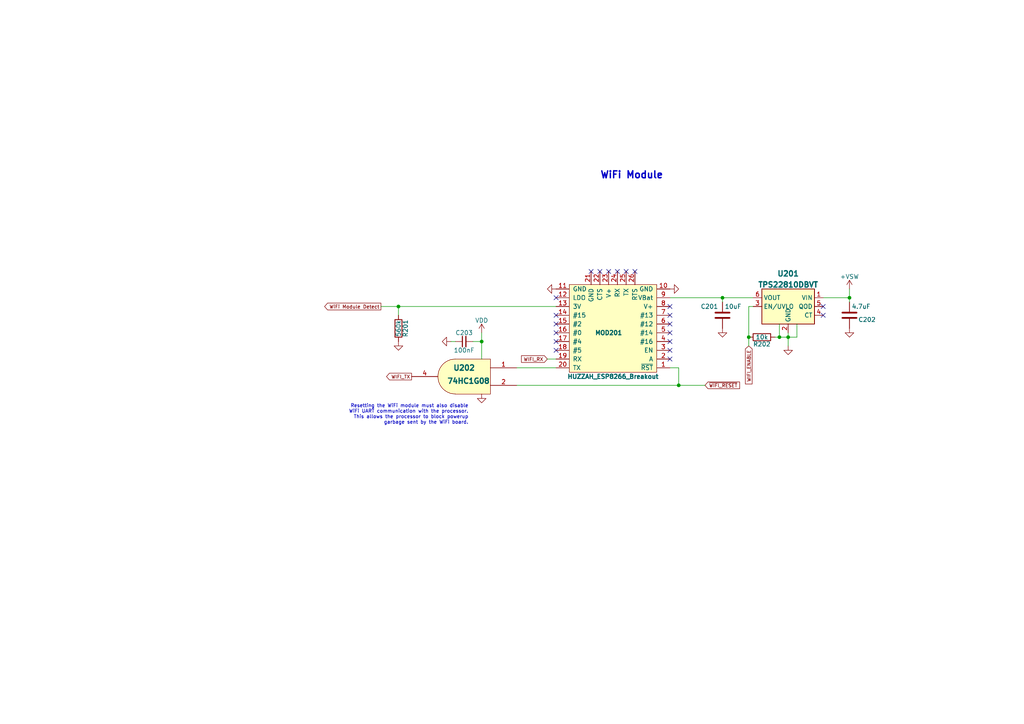
<source format=kicad_sch>
(kicad_sch (version 20211123) (generator eeschema)
  (paper "A4")
  (title_block (title "NanoFox80 Foxoring Transmitter") (date "2022-11-21") (rev "0.5"))
  (lib_symbols
    (symbol "74xGxx:74HC1G08" (pin_names (offset 0.762))
      (property "Reference" "U202" (at 0 1.27 0))
      (property "Value" "74HC1G08" (at 0 -1.27 0))
      (symbol "74HC1G08_0_0"
        (pin power_in line (at -5.08 -5.08 90) (length 0) hide (name "GND") (number "3"))
        (pin power_in line (at -5.08 5.08 90) (length 0) hide (name "VCC") (number "5"))
      )
      (symbol "74HC1G08_0_1"
        (polyline (pts (xy 2.54 5.08) (xy -7.62 5.08) (xy -7.62 -5.08) (xy 2.54 -5.08)) (fill (type background)))
        (arc (start 2.5654 -5.0546) (mid 7.5947 0.0001) (end 2.5654 5.08) (fill (type background)))
      )
      (symbol "74HC1G08_0_2"
        (arc (start -7.62 -5.0292) (mid -5.3094 0.0082) (end -7.62 5.0546))
        (arc (start 0 -5.0546) (mid 4.5632 -3.6449) (end 7.5946 0.0508))
        (polyline (pts (xy -7.62 -5.08) (xy 0 -5.08)))
        (polyline (pts (xy -7.62 5.08) (xy 0 5.08)))
        (arc (start 7.62 0) (mid 4.6132 3.6946) (end 0.0508 5.08))
      )
      (symbol "74HC1G08_1_1"
        (pin input line (at -15.24 2.54 0) (length 7.62) (name "~") (number "1"))
        (pin input line (at -15.24 -2.54 0) (length 7.62) (name "~") (number "2"))
        (pin output line (at 15.24 0 180) (length 7.62) (name "~") (number "4"))
      )
      (symbol "74HC1G08_1_2"
        (pin input inverted (at -15.24 2.54 0) (length 9.398) (name "~") (number "1"))
        (pin input inverted (at -15.24 -2.54 0) (length 9.398) (name "~") (number "2"))
        (pin output inverted (at 15.24 0 180) (length 7.62) (name "~") (number "3"))
      )
    )
    (symbol "Device:C" (pin_numbers hide) (pin_names (offset 0.254))
      (property "Reference" "C" (at 0.635 2.54 0))
      (property "Value" "C" (at 0.635 -2.54 0))
      (symbol "C_0_1"
        (polyline (pts (xy -2.032 -0.762) (xy 2.032 -0.762)) (stroke (width 0.508)))
        (polyline (pts (xy -2.032 0.762) (xy 2.032 0.762)) (stroke (width 0.508)))
      )
      (symbol "C_1_1"
        (pin passive line (at 0 3.81 270) (length 2.794) (name "~") (number "1"))
        (pin passive line (at 0 -3.81 90) (length 2.794) (name "~") (number "2"))
      )
    )
    (symbol "Device:C_Small" (pin_numbers hide) (pin_names (offset 0.254) hide)
      (property "Reference" "C" (at 0.254 1.778 0))
      (property "Value" "C_Small" (at 0.254 -2.032 0))
      (symbol "C_Small_0_1"
        (polyline (pts (xy -1.524 -0.508) (xy 1.524 -0.508)) (stroke (width 0.3302)))
        (polyline (pts (xy -1.524 0.508) (xy 1.524 0.508)) (stroke (width 0.3048)))
      )
      (symbol "C_Small_1_1"
        (pin passive line (at 0 2.54 270) (length 2.032) (name "~") (number "1"))
        (pin passive line (at 0 -2.54 90) (length 2.032) (name "~") (number "2"))
      )
    )
    (symbol "Device:R" (pin_numbers hide) (pin_names (offset 0))
      (property "Reference" "R" (at 2.032 0 90))
      (property "Value" "R" (at 0 0 90))
      (symbol "R_0_1"
        (rectangle (start -1.016 -2.54) (end 1.016 2.54) (stroke (width 0.254)))
      )
      (symbol "R_1_1"
        (pin passive line (at 0 3.81 270) (length 1.27) (name "~") (number "1"))
        (pin passive line (at 0 -3.81 90) (length 1.27) (name "~") (number "2"))
      )
    )
    (symbol "MCU_Espressif:HUZZAH_ESP8266_Breakout" (pin_names (offset 1.016))
      (property "Reference" "MOD201" (at 0 -1.27 0))
      (property "Value" "HUZZAH_ESP8266_Breakout" (at 0 -15.24 0))
      (symbol "HUZZAH_ESP8266_Breakout_0_1"
        (rectangle (start -12.7 -12.7) (end 12.7 12.7) (fill (type background)))
      )
      (symbol "HUZZAH_ESP8266_Breakout_1_1"
        (pin input line (at -16.51 11.43 0) (length 3.81) (name "~{RST}") (number "1"))
        (pin power_in line (at -16.51 -11.43 0) (length 3.81) (name "GND") (number "10"))
        (pin power_in line (at 16.51 -11.43 180) (length 3.81) (name "GND") (number "11"))
        (pin input line (at 16.51 -8.89 180) (length 3.81) (name "LDO") (number "12"))
        (pin power_out line (at 16.51 -6.35 180) (length 3.81) (name "3V") (number "13"))
        (pin bidirectional line (at 16.51 -3.81 180) (length 3.81) (name "#15") (number "14"))
        (pin bidirectional line (at 16.51 -1.27 180) (length 3.81) (name "#2") (number "15"))
        (pin bidirectional line (at 16.51 1.27 180) (length 3.81) (name "#0") (number "16"))
        (pin bidirectional line (at 16.51 3.81 180) (length 3.81) (name "#4") (number "17"))
        (pin bidirectional line (at 16.51 6.35 180) (length 3.81) (name "#5") (number "18"))
        (pin input line (at 16.51 8.89 180) (length 3.81) (name "RX") (number "19"))
        (pin input line (at -16.51 8.89 0) (length 3.81) (name "A") (number "2"))
        (pin output line (at 16.51 11.43 180) (length 3.81) (name "TX") (number "20"))
        (pin power_in line (at 6.35 -16.51 90) (length 3.81) (name "GND") (number "21"))
        (pin passive line (at 3.81 -16.51 90) (length 3.81) (name "CTS") (number "22"))
        (pin power_in line (at 1.27 -16.51 90) (length 3.81) (name "V+") (number "23"))
        (pin output line (at -1.27 -16.51 90) (length 3.81) (name "RX") (number "24"))
        (pin output line (at -3.81 -16.51 90) (length 3.81) (name "TX") (number "25"))
        (pin passive line (at -6.35 -16.51 90) (length 3.81) (name "RTS") (number "26"))
        (pin input line (at -16.51 6.35 0) (length 3.81) (name "EN") (number "3"))
        (pin bidirectional line (at -16.51 3.81 0) (length 3.81) (name "#16") (number "4"))
        (pin bidirectional line (at -16.51 1.27 0) (length 3.81) (name "#14") (number "5"))
        (pin bidirectional line (at -16.51 -1.27 0) (length 3.81) (name "#12") (number "6"))
        (pin bidirectional line (at -16.51 -3.81 0) (length 3.81) (name "#13") (number "7"))
        (pin power_in line (at -16.51 -6.35 0) (length 3.81) (name "V+") (number "8"))
        (pin power_in line (at -16.51 -8.89 0) (length 3.81) (name "VBat") (number "9"))
      )
    )
    (symbol "Power_Management:TPS22810DBVT"
      (property "Reference" "U201" (at 0 9.3218 0))
      (property "Value" "TPS22810DBVT" (at 0 7.0104 0))
      (symbol "TPS22810DBVT_1_1"
        (rectangle (start -7.62 5.08) (end 7.62 -5.08) (stroke (width 0.254)) (fill (type background)))
        (pin power_in line (at 10.16 2.54 180) (length 2.54) (name "VIN") (number "1"))
        (pin power_in line (at 0 -7.62 90) (length 2.54) (name "GND") (number "2"))
        (pin input line (at -10.16 0 0) (length 2.54) (name "EN/UVLO") (number "3"))
        (pin output line (at 10.16 -2.54 180) (length 2.54) (name "CT") (number "4"))
        (pin open_collector line (at 10.16 0 180) (length 2.54) (name "QOD") (number "5"))
        (pin power_out line (at -10.16 2.54 0) (length 2.54) (name "VOUT") (number "6"))
      )
    )
    (symbol "power:+VSW" (power) (pin_names (offset 0))
      (property "Value" "+VSW" (at 0 3.556 0))
      (symbol "+VSW_0_1"
        (polyline (pts (xy -0.762 1.27) (xy 0 2.54)))
        (polyline (pts (xy 0 0) (xy 0 2.54)))
        (polyline (pts (xy 0 2.54) (xy 0.762 1.27)))
      )
      (symbol "+VSW_1_1"
        (pin power_in line (at 0 0 90) (length 0) hide (name "+VSW") (number "1"))
      )
    )
    (symbol "power:GND" (power) (pin_names (offset 0))
      (property "Value" "GND" (at 0 -3.81 0))
      (symbol "GND_0_1"
        (polyline (pts (xy 0 0) (xy 0 -1.27) (xy 1.27 -1.27) (xy 0 -2.54) (xy -1.27 -1.27) (xy 0 -1.27)))
      )
      (symbol "GND_1_1"
        (pin power_in line (at 0 0 270) (length 0) hide (name "GND") (number "1"))
      )
    )
    (symbol "power:VDD" (power) (pin_names (offset 0))
      (property "Value" "VDD" (at 0 3.81 0))
      (symbol "VDD_0_1"
        (polyline (pts (xy -0.762 1.27) (xy 0 2.54)))
        (polyline (pts (xy 0 0) (xy 0 2.54)))
        (polyline (pts (xy 0 2.54) (xy 0.762 1.27)))
      )
      (symbol "VDD_1_1"
        (pin power_in line (at 0 0 90) (length 0) hide (name "VDD") (number "1"))
      )
    )
  )
  (junction (at 209.55 86.36))
  (junction (at 115.57 88.9))
  (junction (at 228.6 97.79))
  (junction (at 139.7 99.06))
  (junction (at 217.17 97.79))
  (junction (at 196.85 111.76))
  (junction (at 246.38 86.36))
  (junction (at 226.06 97.79))
  (no_connect (at 194.31 104.14))
  (no_connect (at 194.31 91.44))
  (no_connect (at 194.31 93.98))
  (no_connect (at 194.31 99.06))
  (no_connect (at 161.29 101.6))
  (no_connect (at 161.29 91.44))
  (no_connect (at 161.29 96.52))
  (no_connect (at 161.29 99.06))
  (no_connect (at 238.76 91.44))
  (no_connect (at 238.76 88.9))
  (no_connect (at 194.31 101.6))
  (no_connect (at 194.31 96.52))
  (no_connect (at 194.31 88.9))
  (no_connect (at 161.29 93.98))
  (no_connect (at 176.53 78.74))
  (no_connect (at 161.29 86.36))
  (no_connect (at 184.15 78.74))
  (no_connect (at 181.61 78.74))
  (no_connect (at 179.07 78.74))
  (no_connect (at 173.99 78.74))
  (no_connect (at 171.45 78.74))
  (wire (pts (xy 158.75 104.14) (xy 161.29 104.14)))
  (wire (pts (xy 209.55 87.63) (xy 209.55 86.36)))
  (wire (pts (xy 226.06 97.79) (xy 228.6 97.79)))
  (wire (pts (xy 228.6 96.52) (xy 228.6 97.79)))
  (wire (pts (xy 228.6 97.79) (xy 228.6 100.33)))
  (wire (pts (xy 115.57 91.44) (xy 115.57 88.9)))
  (wire (pts (xy 139.7 96.52) (xy 139.7 99.06)))
  (wire (pts (xy 218.44 88.9) (xy 217.17 88.9)))
  (wire (pts (xy 161.29 106.68) (xy 149.86 106.68)))
  (wire (pts (xy 139.7 99.06) (xy 139.7 104.14)))
  (wire (pts (xy 231.14 93.98) (xy 231.14 97.79)))
  (wire (pts (xy 149.86 111.76) (xy 196.85 111.76)))
  (wire (pts (xy 231.14 97.79) (xy 228.6 97.79)))
  (wire (pts (xy 217.17 97.79) (xy 217.17 100.33)))
  (wire (pts (xy 224.79 97.79) (xy 226.06 97.79)))
  (wire (pts (xy 137.16 99.06) (xy 139.7 99.06)))
  (wire (pts (xy 217.17 88.9) (xy 217.17 97.79)))
  (wire (pts (xy 132.08 99.06) (xy 130.81 99.06)))
  (wire (pts (xy 226.06 93.98) (xy 226.06 97.79)))
  (wire (pts (xy 196.85 106.68) (xy 196.85 111.76)))
  (wire (pts (xy 196.85 111.76) (xy 204.47 111.76)))
  (wire (pts (xy 115.57 88.9) (xy 161.29 88.9)))
  (wire (pts (xy 115.57 88.9) (xy 110.49 88.9)))
  (wire (pts (xy 246.38 86.36) (xy 238.76 86.36)))
  (wire (pts (xy 246.38 83.82) (xy 246.38 86.36)))
  (wire (pts (xy 194.31 86.36) (xy 209.55 86.36)))
  (wire (pts (xy 196.85 106.68) (xy 194.31 106.68)))
  (wire (pts (xy 209.55 86.36) (xy 218.44 86.36)))
  (wire (pts (xy 246.38 86.36) (xy 246.38 87.63)))
  (text "WiFi Module" (at 173.99 52.07 0) (effects (font (size 2.0066 2.0066) (thickness 0.4013) bold) (justify left bottom)))
  (text "Resetting the WiFi module must also disable\nWiFi UART communication with the processor.\nThis allows the processor to block powerup\ngarbage sent by the WiFi board." (at 135.89 123.19 0) (effects (font (size 0.9906 0.9906)) (justify right bottom)))
  (global_label "~{WIFI_RESET}" (shape input) (at 204.47 111.76 0) (effects (font (size 0.9906 0.9906))) (property "Intersheet References" "${INTERSHEET_REFS}" (effects hide)))
  (global_label "WIFI_ENABLE" (shape input) (at 217.17 100.33 270) (effects (font (size 0.9906 0.9906))) (property "Intersheet References" "${INTERSHEET_REFS}" (effects hide)))
  (global_label "WiFi Module Detect" (shape output) (at 110.49 88.9 180) (effects (font (size 1 1))) (property "Intersheet References" "${INTERSHEET_REFS}" (effects hide)))
  (global_label "WIFI_TX" (shape output) (at 119.38 109.22 180) (effects (font (size 0.9906 0.9906))) (property "Intersheet References" "${INTERSHEET_REFS}" (effects hide)))
  (global_label "WIFI_RX" (shape input) (at 158.75 104.14 180) (effects (font (size 0.9906 0.9906))) (property "Intersheet References" "${INTERSHEET_REFS}" (effects hide)))
  (symbol (lib_id "power:GND") (at 209.55 95.25 0) (unit 1)
    (property "Reference" "#PWR0204" (effects hide))
    (property "Value" "GND" (effects hide))
  )
  (symbol (lib_id "power:GND") (at 161.29 83.82 270) (unit 1)
    (property "Reference" "#PWR0201" (effects hide))
    (property "Value" "GND" (effects hide))
  )
  (symbol (lib_id "power:GND") (at 130.81 99.06 270) (unit 1)
    (property "Reference" "#PWR0208" (effects hide))
    (property "Value" "GND" (effects hide))
  )
  (symbol (lib_id "Device:R") (at 220.98 97.79 270) (unit 1)
    (property "Reference" "R202" (at 220.98 99.822 90))
    (property "Value" "10k" (at 220.98 97.79 90))
    (property "Footprint" "Resistor_SMD:R_0805_2012Metric" (effects hide))
    (property "Digi-Key Part No." "311-10KLGCT-ND" (effects hide))
    (property "Link" "<a href=\"https://www.digikey.com/products/en?keywords=311-10KLGCT-ND\">Link</a>" (effects hide))
    (property "Manufacturer" "Yageo" (effects hide))
    (property "Manufacturer PN" "AC0805FR-0710KL" (effects hide))
    (property "Description" "RES SMD 10K OHM 1% 1/8W 0805" (effects hide))
    (property "LCSC Part Number" "C38522" (effects hide))
  )
  (symbol (lib_id "74xGxx:74HC1G08") (at 134.62 109.22 0) (mirror y) (unit 1)
    (property "Reference" "U202" (at 134.62 106.68 0) (effects (font (size 1.5494 1.5494) bold)))
    (property "Value" "74HC1G08" (at 135.89 110.49 0) (effects (font (size 1.5494 1.5494) bold)))
    (property "Footprint" "Package_TO_SOT_SMD:SOT-23-5" (effects hide))
    (property "Digi-Key Part No." "MC74HC1G08DTT1GOSCT-ND" (effects hide))
    (property "Link" "<a href=\"https://www.digikey.com/products/en?keywords=MC74HC1G08DTT1GOSCT-ND\">Link</a>" (effects hide))
    (property "Manufacturer" "ON Semiconductor" (effects hide))
    (property "Manufacturer PN" "MC74HC1G08DTT1G" (effects hide))
    (property "Description" "IC GATE AND 1CH 2-INP 5TSOP" (effects hide))
    (property "LCSC Part Number" "C108694" (effects hide))
  )
  (symbol (lib_id "Device:C_Small") (at 134.62 99.06 90) (unit 1)
    (property "Reference" "C203" (at 134.62 96.52 90))
    (property "Value" "100nF" (at 134.62 101.6 90))
    (property "Footprint" "Capacitor_SMD:C_0805_2012Metric_Pad1.18x1.45mm_HandSolder" (effects hide))
    (property "Digi-Key Part No." "445-5203-1-ND" (effects hide))
    (property "Manufacturer" "TDK Corporation" (effects hide))
    (property "Manufacturer PN" "C2012X7S2A474K125AB" (effects hide))
    (property "Description" "CAP CER 0.47UF 100V X7S 0805" (effects hide))
  )
  (symbol (lib_id "Device:C") (at 246.38 91.44 0) (mirror x) (unit 1)
    (property "Reference" "C202" (at 248.92 92.71 0) (effects (justify left)))
    (property "Value" "4.7uF" (at 247.015 88.9 0) (effects (justify left)))
    (property "Footprint" "Capacitor_SMD:C_0805_2012Metric" (effects hide))
    (property "Digi-Key Part No." "587-2990-1-ND" (effects hide))
    (property "Link" "<a href=\"https://www.digikey.com/products/en?keywords=587-2990-1-ND\">Link</a>" (effects hide))
    (property "Manufacturer" "Taiyo Yuden" (effects hide))
    (property "Manufacturer PN" "TMK212AB7475KG-T" (effects hide))
    (property "Description" "CAP CER 4.7UF 25V X7R 0805" (effects hide))
    (property "LCSC Part Number" "C162420" (effects hide))
  )
  (symbol (lib_id "power:GND") (at 228.6 100.33 0) (unit 1)
    (property "Reference" "#PWR0209" (effects hide))
    (property "Value" "GND" (effects hide))
  )
  (symbol (lib_id "power:+VSW") (at 246.38 83.82 0) (unit 1)
    (property "Reference" "#PWR0203" (effects hide))
    (property "Value" "+VSW" (at 246.38 80.2442 0))
  )
  (symbol (lib_id "power:GND") (at 246.38 95.25 0) (unit 1)
    (property "Reference" "#PWR0205" (effects hide))
    (property "Value" "GND" (effects hide))
  )
  (symbol (lib_id "Power_Management:TPS22810DBVT") (at 228.6 88.9 0) (unit 1)
    (property "Reference" "U201" (at 228.6 79.3626 0) (effects (font (size 1.5494 1.5494) bold)))
    (property "Value" "TPS22810DBVT" (at 228.6 82.5759 0) (effects (font (size 1.5494 1.5494) bold)))
    (property "Footprint" "Package_TO_SOT_SMD:SOT-23-6" (effects hide))
    (property "Datasheet" "http://www.ti.com/lit/ds/symlink/tps22810.pdf" (effects hide))
    (property "Digi-Key Part No." "296-45304-1-ND" (effects hide))
    (property "Link" "<a href=\"https://www.digikey.com/products/en?keywords=296-45304-1-ND\">Link</a>" (effects hide))
    (property "Manufacturer" "Texas Instruments" (effects hide))
    (property "Manufacturer PN" "TPS22810DBVT" (effects hide))
    (property "Description" "Power Switch/Driver 1:1 N-Channel 2A SOT-23-6" (effects hide))
    (property "LCSC Part Number" "C2680364" (effects hide))
  )
  (symbol (lib_id "power:GND") (at 139.7 114.3 0) (unit 1)
    (property "Reference" "#PWR0151" (effects hide))
    (property "Value" "GND" (effects hide))
  )
  (symbol (lib_id "MCU_Espressif:HUZZAH_ESP8266_Breakout") (at 177.8 95.25 180) (unit 1)
    (property "Reference" "MOD201" (at 176.53 96.52 0) (effects (font bold)))
    (property "Value" "HUZZAH_ESP8266_Breakout" (at 177.8 109.22 0) (effects (font bold)))
    (property "Footprint" "Oddities:Adafruit_HUZZAH_ESP8266_Breakout_SM" (effects hide))
    (property "Digi-Key Part No." "1528-1223-ND" (effects hide))
    (property "Link" "<a href=\"https://www.digikey.com/products/en?keywords=1528-1223-ND\">Link</a>" (effects hide))
    (property "Manufacturer" "Adafruit Industries LLC" (effects hide))
    (property "Manufacturer PN" "2471" (effects hide))
    (property "Description" "ESP8266 HUZZAH BREAKOUT BOARD" (effects hide))
  )
  (symbol (lib_id "Device:R") (at 115.57 95.25 0) (unit 1)
    (property "Reference" "R201" (at 117.602 95.25 90))
    (property "Value" "560k" (at 115.57 95.25 90))
    (property "Footprint" "Resistor_SMD:R_0805_2012Metric" (effects hide))
    (property "Digi-Key Part No." "13-RT0805FRE07560KLCT-ND" (effects hide))
    (property "Link" "<a href=\"https://www.digikey.com/products/en?keywords=13-RT0805FRE07560KLCT-ND\">Link</a>" (effects hide))
    (property "Manufacturer" "Yageo" (effects hide))
    (property "Manufacturer PN" "RT0805FRE07560KL" (effects hide))
    (property "Description" "RES SMD 560K OHM 1% 1/8W 0805" (effects hide))
    (property "LCSC Part Number" "C352198" (effects hide))
  )
  (symbol (lib_id "power:VDD") (at 139.7 96.52 0) (unit 1)
    (property "Reference" "#PWR0150" (effects hide))
    (property "Value" "VDD" (at 139.7 92.9442 0))
  )
  (symbol (lib_id "Device:C") (at 209.55 91.44 0) (mirror x) (unit 1)
    (property "Reference" "C201" (at 203.2 88.9 0) (effects (justify left)))
    (property "Value" "10uF" (at 210.185 88.9 0) (effects (justify left)))
    (property "Footprint" "Capacitor_SMD:C_0805_2012Metric" (effects hide))
    (property "Digi-Key Part No." "490-5523-1-ND" (effects hide))
    (property "Link" "<a href=\"https://www.digikey.com/products/en?keywords=490-5523-1-ND\">Link</a>" (effects hide))
    (property "Manufacturer" "Murata Electronics" (effects hide))
    (property "Manufacturer PN" "GRM21BR61E106KA73L" (effects hide))
    (property "Description" "CAP CER 10UF 25V X5R 0805" (effects hide))
    (property "LCSC Part Number" "C84416" (effects hide))
  )
  (symbol (lib_id "power:GND") (at 194.31 83.82 90) (unit 1)
    (property "Reference" "#PWR0202" (effects hide))
    (property "Value" "GND" (effects hide))
  )
  (symbol (lib_id "power:GND") (at 115.57 99.06 0) (unit 1)
    (property "Reference" "#PWR0207" (effects hide))
    (property "Value" "GND" (effects hide))
  )
)
</source>
